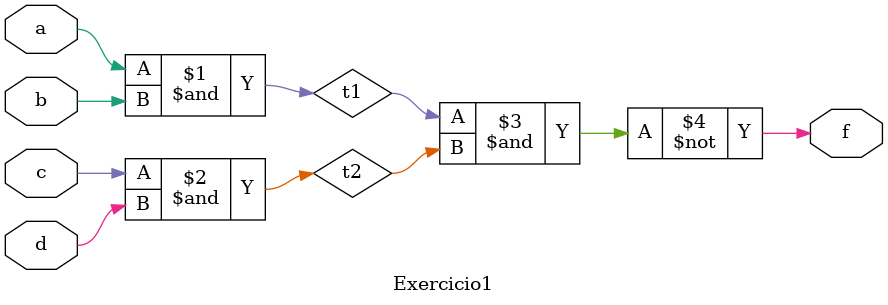
<source format=v>
module Exercicio1 ( a, b, c, d, f); // declaração do nome do módulo AND
input a, b, c, d; // entrada de dados - um bit
output f; // saída de dados - um bit
wire t1, t2; //declarando a conexão como f
 
assign t1 = a & b; // circuito AND de A e B
assign t2 = c & d; // circuito AND C e D
assign f = ~(t1 & t2);
 
endmodule // final do módulo AND
</source>
